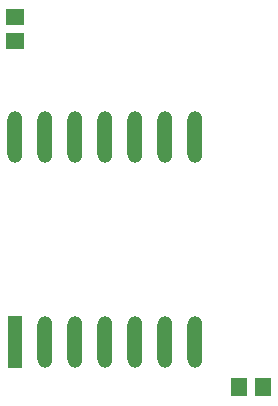
<source format=gtp>
G04*
G04 #@! TF.GenerationSoftware,Altium Limited,Altium Designer,23.0.1 (38)*
G04*
G04 Layer_Color=8421504*
%FSLAX25Y25*%
%MOIN*%
G70*
G04*
G04 #@! TF.SameCoordinates,7FA53B3A-F1D1-4194-8ECC-15494960791F*
G04*
G04*
G04 #@! TF.FilePolarity,Positive*
G04*
G01*
G75*
%ADD15R,0.05512X0.05906*%
%ADD16R,0.05000X0.17323*%
%ADD17O,0.05000X0.17323*%
%ADD18R,0.05906X0.05512*%
D15*
X299000Y265500D02*
D03*
X291126D02*
D03*
D16*
X216500Y280500D02*
D03*
D17*
X226500D02*
D03*
X236500D02*
D03*
X246500D02*
D03*
X256500D02*
D03*
X266500D02*
D03*
X276500D02*
D03*
Y349000D02*
D03*
X266500D02*
D03*
X256500D02*
D03*
X246500D02*
D03*
X236500D02*
D03*
X226500D02*
D03*
X216500D02*
D03*
D18*
Y381000D02*
D03*
Y388874D02*
D03*
M02*

</source>
